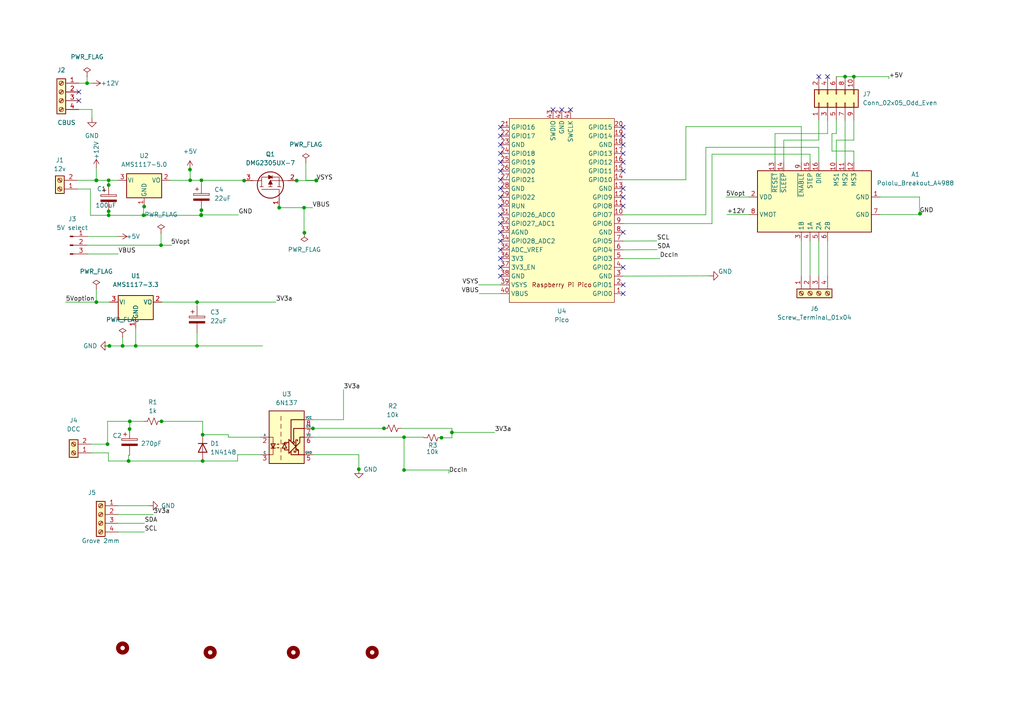
<source format=kicad_sch>
(kicad_sch (version 20211123) (generator eeschema)
  (paper "A4")
  (title_block (title "DCC Stepper Motor Drive") (date "2024-04-04") (rev "1.0"))
  (lib_symbols
    (symbol "Connector:Conn_01x03_Male" (pin_names (offset 1.016) hide)
      (property "Reference" "J" (at 0 5.08 0))
      (property "Value" "Conn_01x03_Male" (at 0 -5.08 0))
      (symbol "Conn_01x03_Male_1_1"
        (polyline (pts (xy 1.27 -2.54) (xy 0.8636 -2.54)) (stroke (width 0.1524)))
        (polyline (pts (xy 1.27 0) (xy 0.8636 0)) (stroke (width 0.1524)))
        (polyline (pts (xy 1.27 2.54) (xy 0.8636 2.54)) (stroke (width 0.1524)))
        (rectangle (start 0.8636 -2.413) (end 0 -2.667) (stroke (width 0.1524)) (fill (type outline)))
        (rectangle (start 0.8636 0.127) (end 0 -0.127) (stroke (width 0.1524)) (fill (type outline)))
        (rectangle (start 0.8636 2.667) (end 0 2.413) (stroke (width 0.1524)) (fill (type outline)))
        (pin passive line (at 5.08 2.54 180) (length 3.81) (name "Pin_1") (number "1"))
        (pin passive line (at 5.08 0 180) (length 3.81) (name "Pin_2") (number "2"))
        (pin passive line (at 5.08 -2.54 180) (length 3.81) (name "Pin_3") (number "3"))
      )
    )
    (symbol "Connector:Screw_Terminal_01x02" (pin_names (offset 1.016) hide)
      (property "Reference" "J" (at 0 2.54 0))
      (property "Value" "Screw_Terminal_01x02" (at 0 -5.08 0))
      (symbol "Screw_Terminal_01x02_1_1"
        (rectangle (start -1.27 1.27) (end 1.27 -3.81) (stroke (width 0.254)) (fill (type background)))
        (circle (center 0 -2.54) (radius 0.635) (stroke (width 0.1524)))
        (polyline (pts (xy -0.5334 -2.2098) (xy 0.3302 -3.048)) (stroke (width 0.1524)))
        (polyline (pts (xy -0.5334 0.3302) (xy 0.3302 -0.508)) (stroke (width 0.1524)))
        (polyline (pts (xy -0.3556 -2.032) (xy 0.508 -2.8702)) (stroke (width 0.1524)))
        (polyline (pts (xy -0.3556 0.508) (xy 0.508 -0.3302)) (stroke (width 0.1524)))
        (circle (center 0 0) (radius 0.635) (stroke (width 0.1524)))
        (pin passive line (at -5.08 0 0) (length 3.81) (name "Pin_1") (number "1"))
        (pin passive line (at -5.08 -2.54 0) (length 3.81) (name "Pin_2") (number "2"))
      )
    )
    (symbol "Connector:Screw_Terminal_01x04" (pin_names (offset 1.016) hide)
      (property "Reference" "J" (at 0 5.08 0))
      (property "Value" "Screw_Terminal_01x04" (at 0 -7.62 0))
      (symbol "Screw_Terminal_01x04_1_1"
        (rectangle (start -1.27 3.81) (end 1.27 -6.35) (stroke (width 0.254)) (fill (type background)))
        (circle (center 0 -5.08) (radius 0.635) (stroke (width 0.1524)))
        (circle (center 0 -2.54) (radius 0.635) (stroke (width 0.1524)))
        (polyline (pts (xy -0.5334 -4.7498) (xy 0.3302 -5.588)) (stroke (width 0.1524)))
        (polyline (pts (xy -0.5334 -2.2098) (xy 0.3302 -3.048)) (stroke (width 0.1524)))
        (polyline (pts (xy -0.5334 0.3302) (xy 0.3302 -0.508)) (stroke (width 0.1524)))
        (polyline (pts (xy -0.5334 2.8702) (xy 0.3302 2.032)) (stroke (width 0.1524)))
        (polyline (pts (xy -0.3556 -4.572) (xy 0.508 -5.4102)) (stroke (width 0.1524)))
        (polyline (pts (xy -0.3556 -2.032) (xy 0.508 -2.8702)) (stroke (width 0.1524)))
        (polyline (pts (xy -0.3556 0.508) (xy 0.508 -0.3302)) (stroke (width 0.1524)))
        (polyline (pts (xy -0.3556 3.048) (xy 0.508 2.2098)) (stroke (width 0.1524)))
        (circle (center 0 0) (radius 0.635) (stroke (width 0.1524)))
        (circle (center 0 2.54) (radius 0.635) (stroke (width 0.1524)))
        (pin passive line (at -5.08 2.54 0) (length 3.81) (name "Pin_1") (number "1"))
        (pin passive line (at -5.08 0 0) (length 3.81) (name "Pin_2") (number "2"))
        (pin passive line (at -5.08 -2.54 0) (length 3.81) (name "Pin_3") (number "3"))
        (pin passive line (at -5.08 -5.08 0) (length 3.81) (name "Pin_4") (number "4"))
      )
    )
    (symbol "Connector_Generic:Conn_02x05_Odd_Even" (pin_names (offset 1.016) hide)
      (property "Reference" "J" (at 1.27 7.62 0))
      (property "Value" "Conn_02x05_Odd_Even" (at 1.27 -7.62 0))
      (symbol "Conn_02x05_Odd_Even_1_1"
        (rectangle (start -1.27 -4.953) (end 0 -5.207) (stroke (width 0.1524)))
        (rectangle (start -1.27 -2.413) (end 0 -2.667) (stroke (width 0.1524)))
        (rectangle (start -1.27 0.127) (end 0 -0.127) (stroke (width 0.1524)))
        (rectangle (start -1.27 2.667) (end 0 2.413) (stroke (width 0.1524)))
        (rectangle (start -1.27 5.207) (end 0 4.953) (stroke (width 0.1524)))
        (rectangle (start -1.27 6.35) (end 3.81 -6.35) (stroke (width 0.254)) (fill (type background)))
        (rectangle (start 3.81 -4.953) (end 2.54 -5.207) (stroke (width 0.1524)))
        (rectangle (start 3.81 -2.413) (end 2.54 -2.667) (stroke (width 0.1524)))
        (rectangle (start 3.81 0.127) (end 2.54 -0.127) (stroke (width 0.1524)))
        (rectangle (start 3.81 2.667) (end 2.54 2.413) (stroke (width 0.1524)))
        (rectangle (start 3.81 5.207) (end 2.54 4.953) (stroke (width 0.1524)))
        (pin passive line (at -5.08 5.08 0) (length 3.81) (name "Pin_1") (number "1"))
        (pin passive line (at 7.62 -5.08 180) (length 3.81) (name "Pin_10") (number "10"))
        (pin passive line (at 7.62 5.08 180) (length 3.81) (name "Pin_2") (number "2"))
        (pin passive line (at -5.08 2.54 0) (length 3.81) (name "Pin_3") (number "3"))
        (pin passive line (at 7.62 2.54 180) (length 3.81) (name "Pin_4") (number "4"))
        (pin passive line (at -5.08 0 0) (length 3.81) (name "Pin_5") (number "5"))
        (pin passive line (at 7.62 0 180) (length 3.81) (name "Pin_6") (number "6"))
        (pin passive line (at -5.08 -2.54 0) (length 3.81) (name "Pin_7") (number "7"))
        (pin passive line (at 7.62 -2.54 180) (length 3.81) (name "Pin_8") (number "8"))
        (pin passive line (at -5.08 -5.08 0) (length 3.81) (name "Pin_9") (number "9"))
      )
    )
    (symbol "DMG2305UX-7:DMG2305UX-7" (pin_names (offset 0.762))
      (property "Reference" "Q" (at 11.43 3.81 0))
      (property "Value" "DMG2305UX-7" (at 11.43 1.27 0))
      (symbol "DMG2305UX-7_0_0"
        (pin passive line (at 0 0 0) (length 2.54) (name "~") (number "1"))
        (pin passive line (at 7.62 -5.08 90) (length 2.54) (name "~") (number "2"))
        (pin passive line (at 7.62 10.16 270) (length 2.54) (name "~") (number "3"))
      )
      (symbol "DMG2305UX-7_0_1"
        (polyline (pts (xy 5.842 -0.508) (xy 5.842 0.508)) (stroke (width 0.1524)))
        (polyline (pts (xy 5.842 0) (xy 7.62 0)) (stroke (width 0.1524)))
        (polyline (pts (xy 5.842 2.032) (xy 5.842 3.048)) (stroke (width 0.1524)))
        (polyline (pts (xy 5.842 5.588) (xy 5.842 4.572)) (stroke (width 0.1524)))
        (polyline (pts (xy 7.62 2.54) (xy 5.842 2.54)) (stroke (width 0.1524)))
        (polyline (pts (xy 7.62 2.54) (xy 7.62 -2.54)) (stroke (width 0.1524)))
        (polyline (pts (xy 7.62 5.08) (xy 5.842 5.08)) (stroke (width 0.1524)))
        (polyline (pts (xy 7.62 5.08) (xy 7.62 7.62)) (stroke (width 0.1524)))
        (polyline (pts (xy 8.128 2.032) (xy 9.144 2.032)) (stroke (width 0.1524)))
        (polyline (pts (xy 2.54 0) (xy 5.08 0) (xy 5.08 5.08)) (stroke (width 0.1524)))
        (polyline (pts (xy 8.636 2.032) (xy 8.636 0) (xy 7.62 0)) (stroke (width 0.1524)))
        (polyline (pts (xy 8.636 3.048) (xy 8.636 5.08) (xy 7.62 5.08)) (stroke (width 0.1524)))
        (polyline (pts (xy 7.62 2.54) (xy 6.604 3.048) (xy 6.604 2.032) (xy 7.62 2.54)) (stroke (width 0.254)) (fill (type outline)))
        (polyline (pts (xy 8.636 2.032) (xy 8.128 3.048) (xy 9.144 3.048) (xy 8.636 2.032)) (stroke (width 0.254)) (fill (type outline)))
        (circle (center 6.35 2.54) (radius 3.81) (stroke (width 0.254)))
      )
    )
    (symbol "Device:C_Polarized" (pin_numbers hide) (pin_names (offset 0.254))
      (property "Reference" "C" (at 0.635 2.54 0))
      (property "Value" "C_Polarized" (at 0.635 -2.54 0))
      (symbol "C_Polarized_0_1"
        (rectangle (start -2.286 0.508) (end 2.286 1.016))
        (polyline (pts (xy -1.778 2.286) (xy -0.762 2.286)))
        (polyline (pts (xy -1.27 2.794) (xy -1.27 1.778)))
        (rectangle (start 2.286 -0.508) (end -2.286 -1.016) (fill (type outline)))
      )
      (symbol "C_Polarized_1_1"
        (pin passive line (at 0 3.81 270) (length 2.794) (name "~") (number "1"))
        (pin passive line (at 0 -3.81 90) (length 2.794) (name "~") (number "2"))
      )
    )
    (symbol "Device:R_Small_US" (pin_numbers hide) (pin_names (offset 0.254) hide)
      (property "Reference" "R" (at 0.762 0.508 0))
      (property "Value" "R_Small_US" (at 0.762 -1.016 0))
      (symbol "R_Small_US_1_1"
        (polyline (pts (xy 0 0) (xy 1.016 -0.381) (xy 0 -0.762) (xy -1.016 -1.143) (xy 0 -1.524)))
        (polyline (pts (xy 0 1.524) (xy 1.016 1.143) (xy 0 0.762) (xy -1.016 0.381) (xy 0 0)))
        (pin passive line (at 0 2.54 270) (length 1.016) (name "~") (number "1"))
        (pin passive line (at 0 -2.54 90) (length 1.016) (name "~") (number "2"))
      )
    )
    (symbol "Diode:1N4148" (pin_numbers hide) (pin_names hide)
      (property "Reference" "D" (at 0 2.54 0))
      (property "Value" "1N4148" (at 0 -2.54 0))
      (symbol "1N4148_0_1"
        (polyline (pts (xy -1.27 1.27) (xy -1.27 -1.27)) (stroke (width 0.254)))
        (polyline (pts (xy 1.27 0) (xy -1.27 0)))
        (polyline (pts (xy 1.27 1.27) (xy 1.27 -1.27) (xy -1.27 0) (xy 1.27 1.27)) (stroke (width 0.254)))
      )
      (symbol "1N4148_1_1"
        (pin passive line (at -3.81 0 0) (length 2.54) (name "K") (number "1"))
        (pin passive line (at 3.81 0 180) (length 2.54) (name "A") (number "2"))
      )
    )
    (symbol "Driver_Motor:Pololu_Breakout_A4988"
      (property "Reference" "A" (at -2.54 19.05 0))
      (property "Value" "Pololu_Breakout_A4988" (at -2.54 16.51 0))
      (symbol "Pololu_Breakout_A4988_0_1"
        (rectangle (start 10.16 -17.78) (end -7.62 15.24) (stroke (width 0.254)) (fill (type background)))
      )
      (symbol "Pololu_Breakout_A4988_1_1"
        (pin power_in line (at 0 -20.32 90) (length 2.54) (name "GND") (number "1"))
        (pin input line (at -10.16 -7.62 0) (length 2.54) (name "MS1") (number "10"))
        (pin input line (at -10.16 -10.16 0) (length 2.54) (name "MS2") (number "11"))
        (pin input line (at -10.16 -12.7 0) (length 2.54) (name "MS3") (number "12"))
        (pin input line (at -10.16 10.16 0) (length 2.54) (name "~{RESET}") (number "13"))
        (pin input line (at -10.16 7.62 0) (length 2.54) (name "~{SLEEP}") (number "14"))
        (pin input line (at -10.16 0 0) (length 2.54) (name "STEP") (number "15"))
        (pin input line (at -10.16 -2.54 0) (length 2.54) (name "DIR") (number "16"))
        (pin power_in line (at 0 17.78 270) (length 2.54) (name "VDD") (number "2"))
        (pin output line (at 12.7 2.54 180) (length 2.54) (name "1B") (number "3"))
        (pin output line (at 12.7 0 180) (length 2.54) (name "1A") (number "4"))
        (pin output line (at 12.7 -2.54 180) (length 2.54) (name "2A") (number "5"))
        (pin output line (at 12.7 -5.08 180) (length 2.54) (name "2B") (number "6"))
        (pin power_in line (at 5.08 -20.32 90) (length 2.54) (name "GND") (number "7"))
        (pin power_in line (at 5.08 17.78 270) (length 2.54) (name "VMOT") (number "8"))
        (pin input line (at -10.16 2.54 0) (length 2.54) (name "~{ENABLE}") (number "9"))
      )
    )
    (symbol "Isolator:6N137" (pin_names (offset 0))
      (property "Reference" "U" (at -4.064 8.89 0))
      (property "Value" "6N137" (at 0 -8.89 0))
      (symbol "6N137_0_1"
        (polyline (pts (xy 2.667 -3.556) (xy 2.667 -1.651)) (stroke (width 0.254)))
        (polyline (pts (xy 2.667 -2.159) (xy 2.667 -2.921)) (stroke (width 0.254)))
        (polyline (pts (xy 3.429 -3.937) (xy 3.429 -5.08)) (stroke (width 0.254)))
        (polyline (pts (xy -0.635 -3.302) (xy -0.635 -3.683) (xy 0.635 -3.683)) (stroke (width 0.254)))
        (polyline (pts (xy -0.635 -1.905) (xy -0.635 -1.524) (xy 0.508 -1.524)) (stroke (width 0.254)))
        (polyline (pts (xy 1.27 -4.064) (xy 1.27 -5.08) (xy 5.08 -5.08)) (stroke (width 0.254)))
        (polyline (pts (xy 1.27 -1.27) (xy 1.27 5.08) (xy 5.08 5.08)) (stroke (width 0.254)))
        (polyline (pts (xy 2.032 -1.27) (xy 2.032 2.54) (xy 5.08 2.54)) (stroke (width 0.254)))
        (polyline (pts (xy -5.08 -5.08) (xy -3.937 -5.08) (xy -3.937 0) (xy -5.08 0)))
        (polyline (pts (xy 2.667 -3.302) (xy 2.667 -4.318) (xy 2.159 -4.318) (xy 2.159 -3.937)) (stroke (width 0.254)))
        (polyline (pts (xy 2.667 -2.667) (xy 0.635 -4.699) (xy 0.635 -0.635) (xy 2.667 -2.667)) (stroke (width 0.254)))
        (polyline (pts (xy 2.667 -1.778) (xy 2.667 -0.762) (xy 3.175 -0.762) (xy 3.175 -1.143)) (stroke (width 0.254)))
        (polyline (pts (xy 2.794 -2.54) (xy 3.81 -1.524) (xy 3.81 0) (xy 5.08 0)) (stroke (width 0.254)))
        (polyline (pts (xy 2.667 -3.175) (xy 3.429 -3.937) (xy 3.302 -3.556) (xy 3.048 -3.81) (xy 3.429 -3.937)) (stroke (width 0.254)))
        (circle (center 2.032 -1.524) (radius 0.254) (stroke (width 0.254)))
      )
      (symbol "6N137_1_1"
        (rectangle (start -5.08 7.62) (end 5.08 -7.62) (stroke (width 0.254)) (fill (type background)))
        (polyline (pts (xy -4.572 -3.175) (xy -3.302 -3.175)) (stroke (width 0.254)))
        (polyline (pts (xy -1.651 -5.334) (xy -1.651 -6.604)))
        (polyline (pts (xy -1.651 -3.048) (xy -1.651 -4.318)))
        (polyline (pts (xy -1.651 -0.762) (xy -1.651 -2.032)))
        (polyline (pts (xy -1.651 1.524) (xy -1.651 0.254)))
        (polyline (pts (xy -1.651 3.81) (xy -1.651 2.54)))
        (polyline (pts (xy -1.651 6.096) (xy -1.651 4.826)))
        (polyline (pts (xy -1.27 -1.905) (xy 0 -1.905)) (stroke (width 0.254)))
        (polyline (pts (xy -3.937 -3.175) (xy -4.572 -1.905) (xy -3.302 -1.905) (xy -3.937 -3.175)) (stroke (width 0.254)))
        (polyline (pts (xy -0.635 -1.905) (xy -1.27 -3.175) (xy 0 -3.175) (xy -0.635 -1.905)) (stroke (width 0.254)))
        (polyline (pts (xy -2.921 -3.048) (xy -2.159 -3.048) (xy -2.54 -3.175) (xy -2.54 -2.921) (xy -2.159 -3.048)) (stroke (width 0.127)))
        (polyline (pts (xy -2.921 -2.032) (xy -2.159 -2.032) (xy -2.54 -2.159) (xy -2.54 -1.905) (xy -2.159 -2.032)) (stroke (width 0.127)))
        (pin no_connect line (at -5.08 5.08 0) (length 2.54) hide (name "NC") (number "1"))
        (pin passive line (at -7.62 0 0) (length 2.54) (name "A") (number "2"))
        (pin passive line (at -7.62 -5.08 0) (length 2.54) (name "C") (number "3"))
        (pin power_in line (at 7.62 -5.08 180) (length 2.54) (name "GND") (number "5"))
        (pin open_collector line (at 7.62 0 180) (length 2.54) (name "VO") (number "6"))
        (pin input line (at 7.62 2.54 180) (length 2.54) (name "EN") (number "7"))
        (pin power_in line (at 7.62 5.08 180) (length 2.54) (name "VCC") (number "8"))
      )
    )
    (symbol "MCU_RaspberryPi_and_Boards:Pico"
      (property "Reference" "U" (at -13.97 27.94 0))
      (property "Value" "Pico" (at 0 19.05 0))
      (symbol "Pico_0_0"
        (text "Raspberry Pi Pico" (at 0 21.59 0) (effects (font (size 1.27 1.27))))
      )
      (symbol "Pico_0_1"
        (rectangle (start -15.24 26.67) (end 15.24 -26.67) (fill (type background)))
      )
      (symbol "Pico_1_1"
        (pin bidirectional line (at -17.78 24.13 0) (length 2.54) (name "GPIO0") (number "1"))
        (pin bidirectional line (at -17.78 1.27 0) (length 2.54) (name "GPIO7") (number "10"))
        (pin bidirectional line (at -17.78 -1.27 0) (length 2.54) (name "GPIO8") (number "11"))
        (pin bidirectional line (at -17.78 -3.81 0) (length 2.54) (name "GPIO9") (number "12"))
        (pin power_in line (at -17.78 -6.35 0) (length 2.54) (name "GND") (number "13"))
        (pin bidirectional line (at -17.78 -8.89 0) (length 2.54) (name "GPIO10") (number "14"))
        (pin bidirectional line (at -17.78 -11.43 0) (length 2.54) (name "GPIO11") (number "15"))
        (pin bidirectional line (at -17.78 -13.97 0) (length 2.54) (name "GPIO12") (number "16"))
        (pin bidirectional line (at -17.78 -16.51 0) (length 2.54) (name "GPIO13") (number "17"))
        (pin power_in line (at -17.78 -19.05 0) (length 2.54) (name "GND") (number "18"))
        (pin bidirectional line (at -17.78 -21.59 0) (length 2.54) (name "GPIO14") (number "19"))
        (pin bidirectional line (at -17.78 21.59 0) (length 2.54) (name "GPIO1") (number "2"))
        (pin bidirectional line (at -17.78 -24.13 0) (length 2.54) (name "GPIO15") (number "20"))
        (pin bidirectional line (at 17.78 -24.13 180) (length 2.54) (name "GPIO16") (number "21"))
        (pin bidirectional line (at 17.78 -21.59 180) (length 2.54) (name "GPIO17") (number "22"))
        (pin power_in line (at 17.78 -19.05 180) (length 2.54) (name "GND") (number "23"))
        (pin bidirectional line (at 17.78 -16.51 180) (length 2.54) (name "GPIO18") (number "24"))
        (pin bidirectional line (at 17.78 -13.97 180) (length 2.54) (name "GPIO19") (number "25"))
        (pin bidirectional line (at 17.78 -11.43 180) (length 2.54) (name "GPIO20") (number "26"))
        (pin bidirectional line (at 17.78 -8.89 180) (length 2.54) (name "GPIO21") (number "27"))
        (pin power_in line (at 17.78 -6.35 180) (length 2.54) (name "GND") (number "28"))
        (pin bidirectional line (at 17.78 -3.81 180) (length 2.54) (name "GPIO22") (number "29"))
        (pin power_in line (at -17.78 19.05 0) (length 2.54) (name "GND") (number "3"))
        (pin input line (at 17.78 -1.27 180) (length 2.54) (name "RUN") (number "30"))
        (pin bidirectional line (at 17.78 1.27 180) (length 2.54) (name "GPIO26_ADC0") (number "31"))
        (pin bidirectional line (at 17.78 3.81 180) (length 2.54) (name "GPIO27_ADC1") (number "32"))
        (pin power_in line (at 17.78 6.35 180) (length 2.54) (name "AGND") (number "33"))
        (pin bidirectional line (at 17.78 8.89 180) (length 2.54) (name "GPIO28_ADC2") (number "34"))
        (pin power_in line (at 17.78 11.43 180) (length 2.54) (name "ADC_VREF") (number "35"))
        (pin power_in line (at 17.78 13.97 180) (length 2.54) (name "3V3") (number "36"))
        (pin input line (at 17.78 16.51 180) (length 2.54) (name "3V3_EN") (number "37"))
        (pin bidirectional line (at 17.78 19.05 180) (length 2.54) (name "GND") (number "38"))
        (pin power_in line (at 17.78 21.59 180) (length 2.54) (name "VSYS") (number "39"))
        (pin bidirectional line (at -17.78 16.51 0) (length 2.54) (name "GPIO2") (number "4"))
        (pin power_in line (at 17.78 24.13 180) (length 2.54) (name "VBUS") (number "40"))
        (pin input line (at -2.54 -29.21 90) (length 2.54) (name "SWCLK") (number "41"))
        (pin power_in line (at 0 -29.21 90) (length 2.54) (name "GND") (number "42"))
        (pin bidirectional line (at 2.54 -29.21 90) (length 2.54) (name "SWDIO") (number "43"))
        (pin bidirectional line (at -17.78 13.97 0) (length 2.54) (name "GPIO3") (number "5"))
        (pin bidirectional line (at -17.78 11.43 0) (length 2.54) (name "GPIO4") (number "6"))
        (pin bidirectional line (at -17.78 8.89 0) (length 2.54) (name "GPIO5") (number "7"))
        (pin power_in line (at -17.78 6.35 0) (length 2.54) (name "GND") (number "8"))
        (pin bidirectional line (at -17.78 3.81 0) (length 2.54) (name "GPIO6") (number "9"))
      )
    )
    (symbol "Mechanical:MountingHole" (pin_names (offset 1.016))
      (property "Reference" "H" (at 0 5.08 0))
      (property "Value" "MountingHole" (at 0 3.175 0))
      (symbol "MountingHole_0_1"
        (circle (center 0 0) (radius 1.27) (stroke (width 1.27)))
      )
    )
    (symbol "Regulator_Linear:AMS1117-3.3" (pin_names (offset 0.254))
      (property "Reference" "U" (at -3.81 3.175 0))
      (property "Value" "AMS1117-3.3" (at 0 3.175 0))
      (symbol "AMS1117-3.3_0_1"
        (rectangle (start -5.08 -5.08) (end 5.08 1.905) (stroke (width 0.254)) (fill (type background)))
      )
      (symbol "AMS1117-3.3_1_1"
        (pin power_in line (at 0 -7.62 90) (length 2.54) (name "GND") (number "1"))
        (pin power_out line (at 7.62 0 180) (length 2.54) (name "VO") (number "2"))
        (pin power_in line (at -7.62 0 0) (length 2.54) (name "VI") (number "3"))
      )
    )
    (symbol "Regulator_Linear:AMS1117-5.0" (pin_names (offset 0.254))
      (property "Reference" "U" (at -3.81 3.175 0))
      (property "Value" "AMS1117-5.0" (at 0 3.175 0))
      (symbol "AMS1117-5.0_0_1"
        (rectangle (start -5.08 -5.08) (end 5.08 1.905) (stroke (width 0.254)) (fill (type background)))
      )
      (symbol "AMS1117-5.0_1_1"
        (pin power_in line (at 0 -7.62 90) (length 2.54) (name "GND") (number "1"))
        (pin power_out line (at 7.62 0 180) (length 2.54) (name "VO") (number "2"))
        (pin power_in line (at -7.62 0 0) (length 2.54) (name "VI") (number "3"))
      )
    )
    (symbol "power:+12V" (power) (pin_names (offset 0))
      (property "Value" "+12V" (at 0 3.556 0))
      (symbol "+12V_0_1"
        (polyline (pts (xy -0.762 1.27) (xy 0 2.54)))
        (polyline (pts (xy 0 0) (xy 0 2.54)))
        (polyline (pts (xy 0 2.54) (xy 0.762 1.27)))
      )
      (symbol "+12V_1_1"
        (pin power_in line (at 0 0 90) (length 0) hide (name "+12V") (number "1"))
      )
    )
    (symbol "power:+5V" (power) (pin_names (offset 0))
      (property "Value" "+5V" (at 0 3.556 0))
      (symbol "+5V_0_1"
        (polyline (pts (xy -0.762 1.27) (xy 0 2.54)))
        (polyline (pts (xy 0 0) (xy 0 2.54)))
        (polyline (pts (xy 0 2.54) (xy 0.762 1.27)))
      )
      (symbol "+5V_1_1"
        (pin power_in line (at 0 0 90) (length 0) hide (name "+5V") (number "1"))
      )
    )
    (symbol "power:GND" (power) (pin_names (offset 0))
      (property "Value" "GND" (at 0 -3.81 0))
      (symbol "GND_0_1"
        (polyline (pts (xy 0 0) (xy 0 -1.27) (xy 1.27 -1.27) (xy 0 -2.54) (xy -1.27 -1.27) (xy 0 -1.27)))
      )
      (symbol "GND_1_1"
        (pin power_in line (at 0 0 270) (length 0) hide (name "GND") (number "1"))
      )
    )
    (symbol "power:PWR_FLAG" (power) (pin_numbers hide) (pin_names (offset 0) hide)
      (property "Value" "PWR_FLAG" (at 0 3.81 0))
      (symbol "PWR_FLAG_0_0"
        (pin power_out line (at 0 0 90) (length 0) (name "pwr") (number "1"))
      )
      (symbol "PWR_FLAG_0_1"
        (polyline (pts (xy 0 0) (xy 0 1.27) (xy -1.016 1.905) (xy 0 2.54) (xy 1.016 1.905) (xy 0 1.27)))
      )
    )
  )
  (junction (at 41.8109 59.9123))
  (junction (at 25.2615 24.13))
  (junction (at 35.56 100.33))
  (junction (at 91.7448 52.3853))
  (junction (at 245.11 22.225))
  (junction (at 31.75 100.33))
  (junction (at 70.8113 52.3853))
  (junction (at 31.5215 62.4451))
  (junction (at 88.294 67.5075))
  (junction (at 266.8544 61.976))
  (junction (at 91.7448 52.2804))
  (junction (at 57.15 100.33))
  (junction (at 31.515 53.6627))
  (junction (at 58.777 126.09))
  (junction (at 55.0995 49.1904))
  (junction (at 27.94 52.324))
  (junction (at 55.1566 52.2923))
  (junction (at 31.5215 52.2923))
  (junction (at 31.1947 128.8215))
  (junction (at 58.777 133.71))
  (junction (at 88.1924 60.2435))
  (junction (at 46.8493 122.2061))
  (junction (at 27.94 52.2905))
  (junction (at 41.6327 62.4451))
  (junction (at 37.649 122.2061))
  (junction (at 247.65 22.225))
  (junction (at 104.0798 136.0918))
  (junction (at 27.94 87.63))
  (junction (at 46.7105 71.12))
  (junction (at 27.94 52.2923))
  (junction (at 39.37 100.33))
  (junction (at 128.0486 126.9603))
  (junction (at 80.9713 60.2435))
  (junction (at 58.42 52.2923))
  (junction (at 90.7627 124.2657))
  (junction (at 131.077 125.4217))
  (junction (at 37.5804 124.4384))
  (junction (at 31.515 61.2827))
  (junction (at 37.3057 133.71))
  (junction (at 58.3449 62.3352))
  (junction (at 86.0513 52.3853))
  (junction (at 57.15 87.63))
  (junction (at 117.1897 136.3294))
  (junction (at 58.3449 62.4451))
  (junction (at 58.42 60.96))
  (junction (at 111.3621 124.2386))
  (junction (at 117.1897 126.8057))
  (no_connect (at 145.1614 41.9818))
  (no_connect (at 145.1614 57.2218))
  (no_connect (at 145.1614 36.9018))
  (no_connect (at 145.1614 77.5418))
  (no_connect (at 180.7214 47.0618))
  (no_connect (at 145.1614 67.3818))
  (no_connect (at 165.4814 31.8218))
  (no_connect (at 145.1614 44.5218))
  (no_connect (at 145.1614 52.1418))
  (no_connect (at 145.1614 59.7618))
  (no_connect (at 145.1614 72.4618))
  (no_connect (at 180.7214 85.1618))
  (no_connect (at 22.86 26.67))
  (no_connect (at 180.7214 41.9818))
  (no_connect (at 145.1614 69.9218))
  (no_connect (at 145.1614 80.0818))
  (no_connect (at 180.7214 49.6018))
  (no_connect (at 145.1614 64.8418))
  (no_connect (at 237.49 22.225))
  (no_connect (at 180.7214 82.6218))
  (no_connect (at 162.9414 31.8218))
  (no_connect (at 180.7214 77.5418))
  (no_connect (at 22.86 29.21))
  (no_connect (at 145.1614 54.6818))
  (no_connect (at 160.4014 31.8218))
  (no_connect (at 145.1614 47.0618))
  (no_connect (at 180.7214 57.2218))
  (no_connect (at 145.1614 39.4418))
  (no_connect (at 180.7214 44.5218))
  (no_connect (at 145.1614 75.0018))
  (no_connect (at 180.7214 59.7618))
  (no_connect (at 180.7214 67.3818))
  (no_connect (at 145.1614 62.3018))
  (no_connect (at 145.1614 49.6018))
  (no_connect (at 240.03 22.225))
  (no_connect (at 180.7214 36.9018))
  (no_connect (at 180.7214 54.6818))
  (no_connect (at 180.7214 39.4418))
  (wire (pts (xy 90.7627 121.7257) (xy 99.6313 121.7257)))
  (wire (pts (xy 80.9713 60.2435) (xy 88.1924 60.2435)))
  (wire (pts (xy 35.56 100.33) (xy 39.37 100.33)))
  (wire (pts (xy 138.8415 82.6218) (xy 145.1614 82.6218)))
  (wire (pts (xy 206.5107 44.7196) (xy 206.5107 64.8418)))
  (wire (pts (xy 88.1924 67.5075) (xy 88.294 67.5075)))
  (wire (pts (xy 245.11 34.925) (xy 245.11 46.99)))
  (wire (pts (xy 88.7104 47.1106) (xy 88.7104 52.2804)))
  (wire (pts (xy 66.2318 126.09) (xy 58.777 126.09)))
  (wire (pts (xy 91.7448 52.2804) (xy 91.7448 52.3853)))
  (wire (pts (xy 68.9137 131.8857) (xy 68.9137 133.71)))
  (wire (pts (xy 86.0513 52.3922) (xy 86.0513 52.3853)))
  (wire (pts (xy 103.8338 136.0918) (xy 104.0798 136.0918)))
  (wire (pts (xy 180.7214 72.4618) (xy 190.6195 72.3977)))
  (wire (pts (xy 22.4319 52.2905) (xy 27.94 52.2905)))
  (wire (pts (xy 70.8113 52.2923) (xy 70.8113 52.3853)))
  (wire (pts (xy 46.7105 71.12) (xy 49.8405 71.12)))
  (wire (pts (xy 55.1566 52.2923) (xy 55.1566 49.1904)))
  (wire (pts (xy 25.4 71.12) (xy 46.7105 71.12)))
  (wire (pts (xy 37.3057 132.0584) (xy 37.5804 132.0584)))
  (wire (pts (xy 57.15 100.33) (xy 76.2 100.33)))
  (wire (pts (xy 138.9468 85.1618) (xy 145.1614 85.1618)))
  (wire (pts (xy 255.27 62.23) (xy 266.8544 62.23)))
  (wire (pts (xy 26.67 31.75) (xy 26.67 34.29)))
  (wire (pts (xy 31.4487 131.3615) (xy 26.4374 131.3615)))
  (wire (pts (xy 19.05 87.63) (xy 27.94 87.63)))
  (wire (pts (xy 25.2615 22.1838) (xy 25.2615 24.13)))
  (wire (pts (xy 25.2615 24.13) (xy 26.67 24.13)))
  (wire (pts (xy 198.9334 52.1418) (xy 180.7214 52.1418)))
  (wire (pts (xy 37.3057 133.71) (xy 37.3057 132.0584)))
  (wire (pts (xy 66.2318 126.8057) (xy 66.2318 126.09)))
  (wire (pts (xy 117.1897 136.3294) (xy 117.1897 136.4986)))
  (wire (pts (xy 37.649 124.4384) (xy 37.5804 124.4384)))
  (wire (pts (xy 31.5215 62.4451) (xy 41.6327 62.4451)))
  (wire (pts (xy 210.566 57.15) (xy 217.17 57.15)))
  (wire (pts (xy 39.37 100.33) (xy 57.15 100.33)))
  (wire (pts (xy 58.3449 62.3352) (xy 58.3449 62.4451)))
  (wire (pts (xy 27.94 87.63) (xy 31.75 87.63)))
  (wire (pts (xy 90.7627 126.8057) (xy 117.1897 126.8057)))
  (wire (pts (xy 41.8109 59.9123) (xy 41.8606 59.9123)))
  (wire (pts (xy 34.29 146.685) (xy 43.18 146.685)))
  (wire (pts (xy 180.7214 64.8418) (xy 206.5107 64.8418)))
  (wire (pts (xy 241.3 43.815) (xy 241.3 38.735)))
  (wire (pts (xy 224.79 38.735) (xy 240.03 38.735)))
  (wire (pts (xy 240.03 38.735) (xy 240.03 34.925)))
  (wire (pts (xy 237.49 42.7201) (xy 237.49 46.99)))
  (wire (pts (xy 180.7214 62.3018) (xy 204.7216 62.3018)))
  (wire (pts (xy 69.1638 62.3352) (xy 58.3449 62.3352)))
  (wire (pts (xy 31.4487 133.71) (xy 37.3057 133.71)))
  (wire (pts (xy 116.4421 124.2386) (xy 131.077 124.2386)))
  (wire (pts (xy 90.6042 60.2435) (xy 90.6042 60.3334)))
  (wire (pts (xy 130.1994 136.3294) (xy 130.1994 137.2945)))
  (wire (pts (xy 88.1924 60.2435) (xy 88.1924 67.5075)))
  (wire (pts (xy 80.9713 60.0053) (xy 80.9713 60.2435)))
  (wire (pts (xy 80.9713 60.2435) (xy 80.9713 60.3264)))
  (wire (pts (xy 88.1924 60.2435) (xy 90.6042 60.2435)))
  (wire (pts (xy 27.94 52.2905) (xy 27.94 52.2923)))
  (wire (pts (xy 88.7104 52.2804) (xy 91.7448 52.2804)))
  (wire (pts (xy 26.2356 54.8305) (xy 26.2356 62.4451)))
  (wire (pts (xy 46.7654 122.2061) (xy 46.8493 122.2061)))
  (wire (pts (xy 25.4 68.58) (xy 34.29 68.58)))
  (wire (pts (xy 91.7448 52.3853) (xy 91.7448 52.4764)))
  (wire (pts (xy 86.0513 52.3853) (xy 91.7448 52.3853)))
  (wire (pts (xy 131.077 125.4217) (xy 131.077 126.9774)))
  (wire (pts (xy 131.077 124.2386) (xy 131.077 125.4217)))
  (wire (pts (xy 58.3449 60.96) (xy 58.3449 62.3352)))
  (wire (pts (xy 27.94 52.2923) (xy 31.5215 52.2923)))
  (wire (pts (xy 57.15 96.52) (xy 57.15 100.33)))
  (wire (pts (xy 22.86 31.75) (xy 26.67 31.75)))
  (wire (pts (xy 46.7105 71.12) (xy 46.7105 67.6875)))
  (wire (pts (xy 58.777 126.2253) (xy 58.777 126.09)))
  (wire (pts (xy 245.11 22.225) (xy 247.65 22.225)))
  (wire (pts (xy 257.81 22.225) (xy 257.81 22.86)))
  (wire (pts (xy 204.7216 42.7201) (xy 204.7216 62.3018)))
  (wire (pts (xy 34.29 151.765) (xy 41.91 151.765)))
  (wire (pts (xy 240.03 69.85) (xy 240.03 80.01)))
  (wire (pts (xy 30.1079 100.33) (xy 31.75 100.33)))
  (wire (pts (xy 31.5215 52.2923) (xy 31.5215 53.6627)))
  (wire (pts (xy 131.077 126.9774) (xy 128.0486 126.9774)))
  (wire (pts (xy 237.49 40.64) (xy 227.33 40.64)))
  (wire (pts (xy 58.3449 60.96) (xy 58.42 60.96)))
  (wire (pts (xy 27.94 52.2923) (xy 27.94 52.324)))
  (wire (pts (xy 266.7 61.976) (xy 266.8544 61.976)))
  (wire (pts (xy 247.65 22.225) (xy 257.81 22.225)))
  (wire (pts (xy 111.3621 124.2657) (xy 111.3621 124.2386)))
  (wire (pts (xy 27.94 83.82) (xy 27.94 87.63)))
  (wire (pts (xy 35.56 97.79) (xy 35.56 100.33)))
  (wire (pts (xy 31.5215 52.2923) (xy 34.1909 52.2923)))
  (wire (pts (xy 34.29 154.305) (xy 41.91 154.305)))
  (wire (pts (xy 41.6327 59.9123) (xy 41.8109 59.9123)))
  (wire (pts (xy 39.37 95.25) (xy 39.37 100.33)))
  (wire (pts (xy 58.42 52.2923) (xy 70.8113 52.2923)))
  (wire (pts (xy 25.4 73.66) (xy 34.29 73.66)))
  (wire (pts (xy 55.1566 52.2923) (xy 58.42 52.2923)))
  (wire (pts (xy 266.8544 62.23) (xy 266.8544 61.976)))
  (wire (pts (xy 22.4319 54.8305) (xy 26.2356 54.8305)))
  (wire (pts (xy 57.15 87.63) (xy 80.01 87.63)))
  (wire (pts (xy 22.86 24.13) (xy 25.2615 24.13)))
  (wire (pts (xy 75.5227 126.8057) (xy 66.2318 126.8057)))
  (wire (pts (xy 210.82 62.23) (xy 217.17 62.23)))
  (wire (pts (xy 99.6313 121.7257) (xy 99.6313 113.0369)))
  (wire (pts (xy 68.9137 133.71) (xy 58.777 133.71)))
  (wire (pts (xy 37.649 122.2061) (xy 31.1947 122.2061)))
  (wire (pts (xy 224.79 46.99) (xy 224.79 38.735)))
  (wire (pts (xy 237.49 34.925) (xy 237.49 40.64)))
  (wire (pts (xy 41.6327 62.4451) (xy 41.6327 59.9123)))
  (wire (pts (xy 237.49 69.85) (xy 237.49 80.01)))
  (wire (pts (xy 31.5215 53.6627) (xy 31.515 53.6627)))
  (wire (pts (xy 198.9334 36.7214) (xy 198.9334 52.1418)))
  (wire (pts (xy 241.3 38.735) (xy 242.57 38.735)))
  (wire (pts (xy 180.7214 80.0818) (xy 205.74 80.01)))
  (wire (pts (xy 232.41 69.85) (xy 232.41 80.01)))
  (wire (pts (xy 247.65 43.815) (xy 241.3 43.815)))
  (wire (pts (xy 234.95 44.7196) (xy 234.95 46.99)))
  (wire (pts (xy 242.57 46.99) (xy 242.57 40.64)))
  (wire (pts (xy 266.8544 61.976) (xy 266.954 61.976)))
  (wire (pts (xy 57.15 87.63) (xy 57.15 88.9)))
  (wire (pts (xy 26.2356 62.4451) (xy 31.5215 62.4451)))
  (wire (pts (xy 122.9686 126.8057) (xy 122.9686 126.9603)))
  (wire (pts (xy 41.6327 62.4451) (xy 58.3449 62.4451)))
  (wire (pts (xy 232.41 36.7214) (xy 232.41 46.99)))
  (wire (pts (xy 27.94 48.768) (xy 27.94 52.2905)))
  (wire (pts (xy 180.7214 69.9218) (xy 190.5142 69.8719)))
  (wire (pts (xy 237.49 42.7201) (xy 204.7216 42.7201)))
  (wire (pts (xy 117.1897 126.8057) (xy 122.9686 126.8057)))
  (wire (pts (xy 55.1566 49.1904) (xy 55.0995 49.1904)))
  (wire (pts (xy 232.41 36.7214) (xy 198.9334 36.7214)))
  (wire (pts (xy 37.649 122.2061) (xy 37.649 124.4384)))
  (wire (pts (xy 104.0798 131.8857) (xy 104.0798 136.0918)))
  (wire (pts (xy 90.7627 131.8857) (xy 104.0798 131.8857)))
  (wire (pts (xy 31.1947 122.2061) (xy 31.1947 128.8215)))
  (wire (pts (xy 191.3561 75.0018) (xy 191.3561 74.93)))
  (wire (pts (xy 255.27 57.15) (xy 266.7 57.15)))
  (wire (pts (xy 31.4487 133.71) (xy 31.4487 131.3615)))
  (wire (pts (xy 46.99 87.63) (xy 57.15 87.63)))
  (wire (pts (xy 117.1897 126.8057) (xy 117.1897 136.3294)))
  (wire (pts (xy 247.65 40.64) (xy 247.65 34.925)))
  (wire (pts (xy 31.5215 62.4451) (xy 31.5215 61.2827)))
  (wire (pts (xy 58.42 52.2923) (xy 58.42 53.34)))
  (wire (pts (xy 242.57 38.735) (xy 242.57 34.925)))
  (wire (pts (xy 266.7 57.15) (xy 266.7 61.976)))
  (wire (pts (xy 31.3117 128.8215) (xy 31.1947 128.8215)))
  (wire (pts (xy 143.4802 125.4217) (xy 131.077 125.4217)))
  (wire (pts (xy 247.65 46.99) (xy 247.65 43.815)))
  (wire (pts (xy 242.57 22.225) (xy 245.11 22.225)))
  (wire (pts (xy 31.75 100.33) (xy 35.56 100.33)))
  (wire (pts (xy 49.4309 52.2923) (xy 55.1566 52.2923)))
  (wire (pts (xy 242.57 40.64) (xy 247.65 40.64)))
  (wire (pts (xy 46.8493 122.2061) (xy 58.777 122.2061)))
  (wire (pts (xy 227.33 40.64) (xy 227.33 46.99)))
  (wire (pts (xy 31.5215 61.2827) (xy 31.515 61.2827)))
  (wire (pts (xy 117.1897 136.3294) (xy 130.1994 136.3294)))
  (wire (pts (xy 234.95 69.85) (xy 234.95 80.01)))
  (wire (pts (xy 34.29 149.225) (xy 44.45 149.225)))
  (wire (pts (xy 234.95 44.7196) (xy 206.5107 44.7196)))
  (wire (pts (xy 180.7214 75.0018) (xy 191.3561 75.0018)))
  (wire (pts (xy 90.7627 124.2386) (xy 90.7627 124.2657)))
  (wire (pts (xy 41.7693 122.2061) (xy 37.649 122.2061)))
  (wire (pts (xy 31.1947 128.8215) (xy 26.4374 128.8215)))
  (wire (pts (xy 37.3057 133.71) (xy 58.777 133.71)))
  (wire (pts (xy 90.7627 124.2386) (xy 111.3621 124.2386)))
  (wire (pts (xy 128.0486 126.9774) (xy 128.0486 126.9603)))
  (wire (pts (xy 58.777 122.2061) (xy 58.777 126.09)))
  (wire (pts (xy 68.9137 131.8857) (xy 75.5227 131.8857)))
  (label "3V3a" (at 80.01 87.63 0))
  (label "VBUS" (at 34.29 73.66 0))
  (label "+5V" (at 257.81 22.86 0))
  (label "VSYS" (at 91.7448 52.4764 0))
  (label "5Vopt" (at 49.5593 71.12 0))
  (label "GND" (at 266.7 61.976 0))
  (label "VBUS" (at 138.9468 85.1618 180))
  (label "3V3a" (at 44.45 149.225 0))
  (label "GND" (at 69.1638 62.3352 0))
  (label "3V3a" (at 99.6313 113.0369 0))
  (label "+12V" (at 210.82 62.23 0))
  (label "SDA" (at 190.6195 72.3977 0))
  (label "5Voption" (at 19.05 87.63 0))
  (label "DccIn" (at 130.1994 137.2945 0))
  (label "VSYS" (at 138.8415 82.6218 180))
  (label "VBUS" (at 90.6042 60.3334 0))
  (label "5Vopt" (at 210.566 57.15 0))
  (label "3V3a" (at 143.4802 125.4217 0))
  (label "SCL" (at 190.5142 69.8719 0))
  (label "DccIn" (at 191.3561 74.93 0))
  (label "SDA" (at 41.91 151.765 0))
  (label "SCL" (at 41.91 154.305 0))
  (symbol (lib_id "Mechanical:MountingHole") (at 107.95 189.23 0) (unit 1)
    (property "Reference" "H4" (effects hide))
    (property "Value" "MountingHole" (effects hide))
    (property "Footprint" "MountingHole:MountingHole_3.2mm_M3" (effects hide))
  )
  (symbol (lib_id "Device:R_Small_US") (at 113.9021 124.2386 90) (unit 1)
    (property "Reference" "R2" (at 113.9021 117.7697 90))
    (property "Value" "10k" (at 113.9021 120.3097 90))
    (property "Footprint" "Resistor_THT:R_Axial_DIN0207_L6.3mm_D2.5mm_P10.16mm_Horizontal" (effects hide))
  )
  (symbol (lib_id "Device:R_Small_US") (at 125.5086 126.9603 90) (unit 1)
    (property "Reference" "R3" (at 125.5391 129.1694 90))
    (property "Value" "10k" (at 125.4238 131.0154 90))
    (property "Footprint" "Resistor_THT:R_Axial_DIN0207_L6.3mm_D2.5mm_P10.16mm_Horizontal" (effects hide))
  )
  (symbol (lib_id "power:PWR_FLAG") (at 25.2615 22.1838 0) (unit 1)
    (property "Reference" "#FLG01" (effects hide))
    (property "Value" "PWR_FLAG" (at 25.2615 16.51 0))
  )
  (symbol (lib_id "Device:C_Polarized") (at 57.15 92.71 0) (unit 1)
    (property "Reference" "C3" (at 60.96 90.5509 0) (effects (justify left)))
    (property "Value" "22uF" (at 60.96 93.0909 0) (effects (justify left)))
    (property "Footprint" "Capacitor_THT:CP_Radial_Tantal_D7.0mm_P5.00mm" (effects hide))
  )
  (symbol (lib_id "power:PWR_FLAG") (at 27.94 83.82 0) (unit 1)
    (property "Reference" "#FLG02" (effects hide))
    (property "Value" "PWR_FLAG" (at 27.94 78.74 0))
  )
  (symbol (lib_id "power:GND") (at 31.75 100.33 270) (mirror x) (unit 1)
    (property "Reference" "#PWR04" (effects hide))
    (property "Value" "GND" (at 24.13 100.33 90) (effects (justify left)))
  )
  (symbol (lib_id "power:+5V") (at 55.0995 49.1904 0) (unit 1)
    (property "Reference" "#PWR07" (effects hide))
    (property "Value" "+5V" (at 55.0995 43.9017 0))
  )
  (symbol (lib_id "Device:C_Polarized") (at 37.5804 128.2484 0) (unit 1)
    (property "Reference" "C2" (at 32.6385 126.3503 0) (effects (justify left)))
    (property "Value" "270pF" (at 40.8478 128.6293 0) (effects (justify left)))
    (property "Footprint" "Capacitor_THT:CP_Radial_Tantal_D7.0mm_P5.00mm" (effects hide))
  )
  (symbol (lib_id "Regulator_Linear:AMS1117-5.0") (at 41.8109 52.2923 0) (unit 1)
    (property "Reference" "U2" (at 41.8109 45.1717 0))
    (property "Value" "AMS1117-5.0" (at 41.8109 47.7117 0))
    (property "Footprint" "Package_TO_SOT_SMD:SOT-223-3_TabPin2" (effects hide))
    (property "Datasheet" "http://www.advanced-monolithic.com/pdf/ds1117.pdf" (effects hide))
  )
  (symbol (lib_id "DMG2305UX-7:DMG2305UX-7") (at 80.9713 60.0053 90) (unit 1)
    (property "Reference" "Q1" (at 78.4313 44.7226 90))
    (property "Value" "DMG2305UX-7" (at 78.4313 47.2626 90))
    (property "Footprint" "Package_TO_SOT_SMD:SOT-23-3" (effects hide))
    (property "Datasheet" "https://www.diodes.com/assets/Datasheets/DMG2305UX.pdf" (effects hide))
    (property "Description" "MOSFET P-Ch 20V 5A Enhancement SOT23 Diodes Inc DMG2305UX-7 P-channel MOSFET Transistor, -3.3 A, -20 V, 3-Pin SOT-23" (effects hide))
    (property "Height" "1.1" (effects hide))
    (property "Mouser Part Number" "621-DMG2305UX-7" (effects hide))
    (property "Mouser Price/Stock" "https://www.mouser.co.uk/ProductDetail/Diodes-Incorporated/DMG2305UX-7?qs=L1DZKBg7t5F%2FNBHrjfxC%252Bg%3D%3D" (effects hide))
    (property "Manufacturer_Name" "Diodes Inc." (effects hide))
    (property "Manufacturer_Part_Number" "DMG2305UX-7" (effects hide))
  )
  (symbol (lib_id "Connector_Generic:Conn_02x05_Odd_Even") (at 242.57 29.845 90) (unit 1)
    (property "Reference" "J7" (at 250.19 27.3049 90) (effects (justify right)))
    (property "Value" "Conn_02x05_Odd_Even" (at 250.19 29.8449 90) (effects (justify right)))
    (property "Footprint" "Connector_PinHeader_2.54mm:PinHeader_2x05_P2.54mm_Vertical" (effects hide))
  )
  (symbol (lib_id "Mechanical:MountingHole") (at 35.56 187.96 0) (unit 1)
    (property "Reference" "H1" (effects hide))
    (property "Value" "MountingHole" (effects hide))
    (property "Footprint" "MountingHole:MountingHole_3.2mm_M3" (effects hide))
  )
  (symbol (lib_id "power:GND") (at 104.0798 136.0918 0) (unit 1)
    (property "Reference" "#PWR08" (effects hide))
    (property "Value" "GND" (at 107.442 136.144 0))
  )
  (symbol (lib_id "Device:C_Polarized") (at 31.515 57.4727 0) (unit 1)
    (property "Reference" "C1" (at 28.108 54.777 0) (effects (justify left)))
    (property "Value" "100uF" (at 27.6607 59.5623 0) (effects (justify left)))
    (property "Footprint" "Capacitor_THT:CP_Radial_D10.0mm_P7.50mm" (effects hide))
  )
  (symbol (lib_id "Connector:Screw_Terminal_01x04") (at 234.95 85.09 90) (mirror x) (unit 1)
    (property "Reference" "J6" (at 236.22 89.535 90))
    (property "Value" "Screw_Terminal_01x04" (at 236.22 92.075 90))
    (property "Footprint" "TerminalBlock_Phoenix:TerminalBlock_Phoenix_PT-1,5-4-3.5-H_1x04_P3.50mm_Horizontal" (effects hide))
  )
  (symbol (lib_id "power:GND") (at 205.74 80.01 90) (unit 1)
    (property "Reference" "#PWR09" (effects hide))
    (property "Value" "GND" (at 208.28 78.74 90) (effects (justify right)))
  )
  (symbol (lib_id "power:PWR_FLAG") (at 88.294 67.5075 0) (mirror x) (unit 1)
    (property "Reference" "#FLG05" (effects hide))
    (property "Value" "PWR_FLAG" (at 88.294 72.39 0))
  )
  (symbol (lib_id "Connector:Screw_Terminal_01x04") (at 29.21 149.225 0) (mirror y) (unit 1)
    (property "Reference" "J5" (at 26.67 142.875 0))
    (property "Value" "Grove 2mm" (at 29.21 156.845 0))
    (property "Footprint" "Connector_PinHeader_2.00mm:PinHeader_1x04_P2.00mm_Vertical" (effects hide))
  )
  (symbol (lib_id "power:PWR_FLAG") (at 88.7104 47.1106 0) (unit 1)
    (property "Reference" "#FLG06" (effects hide))
    (property "Value" "PWR_FLAG" (at 88.7104 41.91 0))
  )
  (symbol (lib_id "Connector:Screw_Terminal_01x04") (at 17.78 26.67 0) (mirror y) (unit 1)
    (property "Reference" "J2" (at 17.78 20.32 0))
    (property "Value" "CBUS " (at 19.304 35.56 0))
    (property "Footprint" "TerminalBlock_Phoenix:TerminalBlock_Phoenix_PT-1,5-4-3.5-H_1x04_P3.50mm_Horizontal" (effects hide))
  )
  (symbol (lib_id "power:GND") (at 43.18 146.685 90) (unit 1)
    (property "Reference" "#PWR06" (effects hide))
    (property "Value" "GND" (at 50.8 146.685 90) (effects (justify left)))
  )
  (symbol (lib_id "Connector:Screw_Terminal_01x02") (at 21.3574 131.3615 180) (unit 1)
    (property "Reference" "J4" (at 21.3574 121.92 0))
    (property "Value" "DCC" (at 21.3574 124.46 0))
    (property "Footprint" "TerminalBlock_Phoenix:TerminalBlock_Phoenix_PT-1,5-2-5.0-H_1x02_P5.00mm_Horizontal" (effects hide))
  )
  (symbol (lib_id "Driver_Motor:Pololu_Breakout_A4988") (at 234.95 57.15 90) (mirror x) (unit 1)
    (property "Reference" "A1" (at 265.518 50.5712 90))
    (property "Value" "Pololu_Breakout_A4988" (at 265.518 53.1112 90))
    (property "Footprint" "Module:Pololu_Breakout-16_15.2x20.3mm" (effects hide))
    (property "Datasheet" "https://www.pololu.com/product/2980/pictures" (effects hide))
  )
  (symbol (lib_id "Connector:Conn_01x03_Male") (at 20.32 71.12 0) (unit 1)
    (property "Reference" "J3" (at 20.955 63.5 0))
    (property "Value" "5V select" (at 20.955 66.04 0))
    (property "Footprint" "Connector_PinHeader_2.54mm:PinHeader_1x03_P2.54mm_Vertical" (effects hide))
  )
  (symbol (lib_id "power:GND") (at 26.67 34.29 0) (unit 1)
    (property "Reference" "#PWR02" (effects hide))
    (property "Value" "GND" (at 26.67 39.37 0))
  )
  (symbol (lib_id "Mechanical:MountingHole") (at 60.96 189.23 0) (unit 1)
    (property "Reference" "H2" (effects hide))
    (property "Value" "MountingHole" (effects hide))
    (property "Footprint" "MountingHole:MountingHole_3.2mm_M3" (effects hide))
  )
  (symbol (lib_id "power:+12V") (at 26.67 24.13 270) (mirror x) (unit 1)
    (property "Reference" "#PWR01" (effects hide))
    (property "Value" "+12V" (at 29.21 24.13 90) (effects (justify left)))
  )
  (symbol (lib_id "Diode:1N4148") (at 58.777 129.9 270) (unit 1)
    (property "Reference" "D1" (at 60.96 128.6299 90) (effects (justify left)))
    (property "Value" "1N4148" (at 60.96 131.1699 90) (effects (justify left)))
    (property "Footprint" "Diode_THT:D_DO-35_SOD27_P7.62mm_Horizontal" (effects hide))
    (property "Datasheet" "https://assets.nexperia.com/documents/data-sheet/1N4148_1N4448.pdf" (effects hide))
  )
  (symbol (lib_id "Regulator_Linear:AMS1117-3.3") (at 39.37 87.63 0) (unit 1)
    (property "Reference" "U1" (at 39.37 80.01 0))
    (property "Value" "AMS1117-3.3" (at 39.37 82.55 0))
    (property "Footprint" "Package_TO_SOT_SMD:SOT-223-3_TabPin2" (effects hide))
    (property "Datasheet" "http://www.advanced-monolithic.com/pdf/ds1117.pdf" (effects hide))
  )
  (symbol (lib_id "MCU_RaspberryPi_and_Boards:Pico") (at 162.9414 61.0318 180) (unit 1)
    (property "Reference" "U4" (at 162.9414 90.2418 0))
    (property "Value" "Pico" (at 162.9414 92.7818 0))
    (property "Footprint" "MCU_RaspberryPi_and_Boards:RPi_Pico_SMD_TH" (effects hide))
  )
  (symbol (lib_id "Device:R_Small_US") (at 44.3093 122.2061 90) (unit 1)
    (property "Reference" "R1" (at 44.3093 116.6308 90))
    (property "Value" "1k" (at 44.3093 119.1708 90))
    (property "Footprint" "Resistor_THT:R_Axial_DIN0207_L6.3mm_D2.5mm_P10.16mm_Horizontal" (effects hide))
  )
  (symbol (lib_id "Mechanical:MountingHole") (at 85.09 189.23 0) (unit 1)
    (property "Reference" "H3" (effects hide))
    (property "Value" "MountingHole" (effects hide))
    (property "Footprint" "MountingHole:MountingHole_3.2mm_M3" (effects hide))
  )
  (symbol (lib_id "power:PWR_FLAG") (at 46.7105 67.6875 0) (unit 1)
    (property "Reference" "#FLG04" (effects hide))
    (property "Value" "PWR_FLAG" (at 46.7105 62.23 0))
  )
  (symbol (lib_id "Isolator:6N137") (at 83.1427 126.8057 0) (unit 1)
    (property "Reference" "U3" (at 83.1427 114.3 0))
    (property "Value" "6N137" (at 83.1427 116.84 0))
    (property "Footprint" "Package_DIP:DIP-8_W7.62mm" (effects hide))
    (property "Datasheet" "https://docs.broadcom.com/docs/AV02-0940EN" (effects hide))
  )
  (symbol (lib_id "power:+12V") (at 27.94 48.768 0) (mirror y) (unit 1)
    (property "Reference" "#PWR03" (effects hide))
    (property "Value" "+12V" (at 27.94 46.228 90) (effects (justify left)))
  )
  (symbol (lib_id "power:PWR_FLAG") (at 35.56 97.79 0) (unit 1)
    (property "Reference" "#FLG03" (effects hide))
    (property "Value" "PWR_FLAG" (at 35.56 92.71 0))
  )
  (symbol (lib_id "Device:C_Polarized") (at 58.42 57.15 0) (unit 1)
    (property "Reference" "C4" (at 62.1498 54.9909 0) (effects (justify left)))
    (property "Value" "22uF" (at 62.1498 57.5309 0) (effects (justify left)))
    (property "Footprint" "Capacitor_THT:CP_Radial_Tantal_D7.0mm_P5.00mm" (effects hide))
  )
  (symbol (lib_id "Connector:Screw_Terminal_01x02") (at 17.3519 54.8305 180) (unit 1)
    (property "Reference" "J1" (at 17.3519 46.4417 0))
    (property "Value" "12v" (at 17.3519 48.9817 0))
    (property "Footprint" "TerminalBlock_Phoenix:TerminalBlock_Phoenix_PT-1,5-2-5.0-H_1x02_P5.00mm_Horizontal" (effects hide))
  )
  (symbol (lib_id "power:+5V") (at 34.29 68.58 270) (unit 1)
    (property "Reference" "#PWR05" (effects hide))
    (property "Value" "+5V" (at 40.64 68.58 90) (effects (justify right)))
  )
)
</source>
